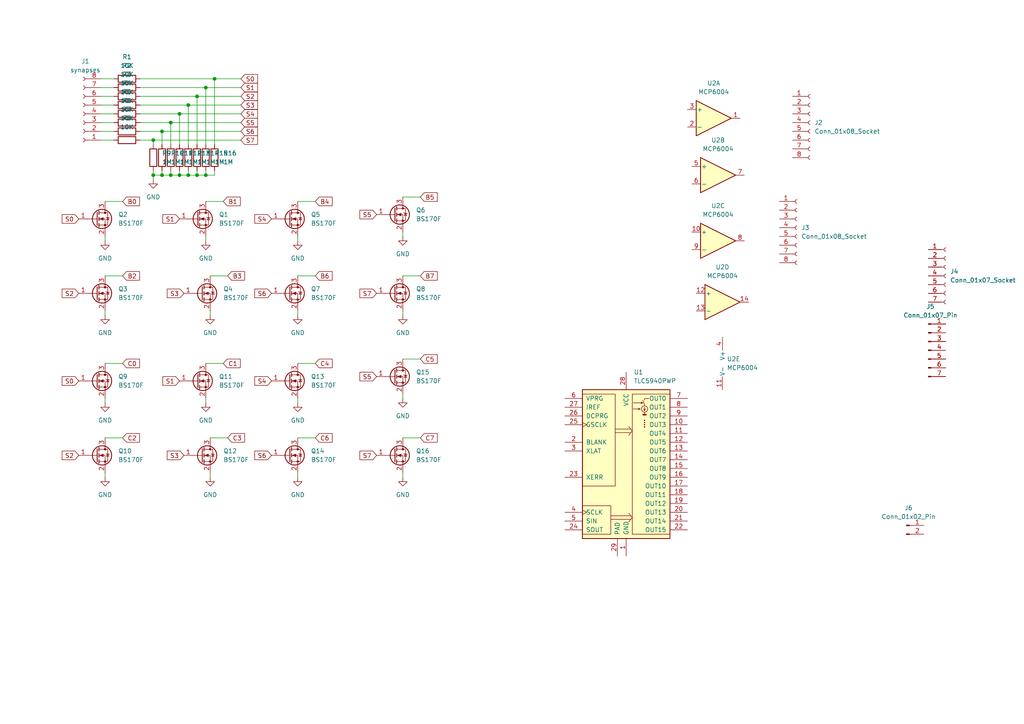
<source format=kicad_sch>
(kicad_sch (version 20230121) (generator eeschema)
  (paper "A4")
  (lib_symbols
    (symbol "Amplifier_Operational:MCP6004" (pin_names (offset 0.127))
      (property "Reference" "U" (at 0 5.08 0))
      (property "Value" "MCP6004" (at 0 -5.08 0))
      (symbol "MCP6004_1_1"
        (polyline (pts (xy -5.08 5.08) (xy 5.08 0) (xy -5.08 -5.08) (xy -5.08 5.08)) (stroke (width 0.254)) (fill (type background)))
        (pin output line (at 7.62 0 180) (length 2.54) (name "~") (number "1"))
        (pin input line (at -7.62 -2.54 0) (length 2.54) (name "-") (number "2"))
        (pin input line (at -7.62 2.54 0) (length 2.54) (name "+") (number "3"))
      )
      (symbol "MCP6004_2_1"
        (polyline (pts (xy -5.08 5.08) (xy 5.08 0) (xy -5.08 -5.08) (xy -5.08 5.08)) (stroke (width 0.254)) (fill (type background)))
        (pin input line (at -7.62 2.54 0) (length 2.54) (name "+") (number "5"))
        (pin input line (at -7.62 -2.54 0) (length 2.54) (name "-") (number "6"))
        (pin output line (at 7.62 0 180) (length 2.54) (name "~") (number "7"))
      )
      (symbol "MCP6004_3_1"
        (polyline (pts (xy -5.08 5.08) (xy 5.08 0) (xy -5.08 -5.08) (xy -5.08 5.08)) (stroke (width 0.254)) (fill (type background)))
        (pin input line (at -7.62 2.54 0) (length 2.54) (name "+") (number "10"))
        (pin output line (at 7.62 0 180) (length 2.54) (name "~") (number "8"))
        (pin input line (at -7.62 -2.54 0) (length 2.54) (name "-") (number "9"))
      )
      (symbol "MCP6004_4_1"
        (polyline (pts (xy -5.08 5.08) (xy 5.08 0) (xy -5.08 -5.08) (xy -5.08 5.08)) (stroke (width 0.254)) (fill (type background)))
        (pin input line (at -7.62 2.54 0) (length 2.54) (name "+") (number "12"))
        (pin input line (at -7.62 -2.54 0) (length 2.54) (name "-") (number "13"))
        (pin output line (at 7.62 0 180) (length 2.54) (name "~") (number "14"))
      )
      (symbol "MCP6004_5_1"
        (pin power_in line (at -2.54 -7.62 90) (length 3.81) (name "V-") (number "11"))
        (pin power_in line (at -2.54 7.62 270) (length 3.81) (name "V+") (number "4"))
      )
    )
    (symbol "Connector:Conn_01x02_Pin" (pin_names (offset 1.016) hide)
      (property "Reference" "J" (at 0 2.54 0))
      (property "Value" "Conn_01x02_Pin" (at 0 -5.08 0))
      (symbol "Conn_01x02_Pin_1_1"
        (polyline (pts (xy 1.27 -2.54) (xy 0.8636 -2.54)) (stroke (width 0.1524)))
        (polyline (pts (xy 1.27 0) (xy 0.8636 0)) (stroke (width 0.1524)))
        (rectangle (start 0.8636 -2.413) (end 0 -2.667) (stroke (width 0.1524)) (fill (type outline)))
        (rectangle (start 0.8636 0.127) (end 0 -0.127) (stroke (width 0.1524)) (fill (type outline)))
        (pin passive line (at 5.08 0 180) (length 3.81) (name "Pin_1") (number "1"))
        (pin passive line (at 5.08 -2.54 180) (length 3.81) (name "Pin_2") (number "2"))
      )
    )
    (symbol "Connector:Conn_01x07_Pin" (pin_names (offset 1.016) hide)
      (property "Reference" "J" (at 0 10.16 0))
      (property "Value" "Conn_01x07_Pin" (at 0 -10.16 0))
      (symbol "Conn_01x07_Pin_1_1"
        (polyline (pts (xy 1.27 -7.62) (xy 0.8636 -7.62)) (stroke (width 0.1524)))
        (polyline (pts (xy 1.27 -5.08) (xy 0.8636 -5.08)) (stroke (width 0.1524)))
        (polyline (pts (xy 1.27 -2.54) (xy 0.8636 -2.54)) (stroke (width 0.1524)))
        (polyline (pts (xy 1.27 0) (xy 0.8636 0)) (stroke (width 0.1524)))
        (polyline (pts (xy 1.27 2.54) (xy 0.8636 2.54)) (stroke (width 0.1524)))
        (polyline (pts (xy 1.27 5.08) (xy 0.8636 5.08)) (stroke (width 0.1524)))
        (polyline (pts (xy 1.27 7.62) (xy 0.8636 7.62)) (stroke (width 0.1524)))
        (rectangle (start 0.8636 -7.493) (end 0 -7.747) (stroke (width 0.1524)) (fill (type outline)))
        (rectangle (start 0.8636 -4.953) (end 0 -5.207) (stroke (width 0.1524)) (fill (type outline)))
        (rectangle (start 0.8636 -2.413) (end 0 -2.667) (stroke (width 0.1524)) (fill (type outline)))
        (rectangle (start 0.8636 0.127) (end 0 -0.127) (stroke (width 0.1524)) (fill (type outline)))
        (rectangle (start 0.8636 2.667) (end 0 2.413) (stroke (width 0.1524)) (fill (type outline)))
        (rectangle (start 0.8636 5.207) (end 0 4.953) (stroke (width 0.1524)) (fill (type outline)))
        (rectangle (start 0.8636 7.747) (end 0 7.493) (stroke (width 0.1524)) (fill (type outline)))
        (pin passive line (at 5.08 7.62 180) (length 3.81) (name "Pin_1") (number "1"))
        (pin passive line (at 5.08 5.08 180) (length 3.81) (name "Pin_2") (number "2"))
        (pin passive line (at 5.08 2.54 180) (length 3.81) (name "Pin_3") (number "3"))
        (pin passive line (at 5.08 0 180) (length 3.81) (name "Pin_4") (number "4"))
        (pin passive line (at 5.08 -2.54 180) (length 3.81) (name "Pin_5") (number "5"))
        (pin passive line (at 5.08 -5.08 180) (length 3.81) (name "Pin_6") (number "6"))
        (pin passive line (at 5.08 -7.62 180) (length 3.81) (name "Pin_7") (number "7"))
      )
    )
    (symbol "Connector:Conn_01x07_Socket" (pin_names (offset 1.016) hide)
      (property "Reference" "J" (at 0 10.16 0))
      (property "Value" "Conn_01x07_Socket" (at 0 -10.16 0))
      (symbol "Conn_01x07_Socket_1_1"
        (arc (start 0 -7.112) (mid -0.5058 -7.62) (end 0 -8.128) (stroke (width 0.1524)))
        (arc (start 0 -4.572) (mid -0.5058 -5.08) (end 0 -5.588) (stroke (width 0.1524)))
        (arc (start 0 -2.032) (mid -0.5058 -2.54) (end 0 -3.048) (stroke (width 0.1524)))
        (polyline (pts (xy -1.27 -7.62) (xy -0.508 -7.62)) (stroke (width 0.1524)))
        (polyline (pts (xy -1.27 -5.08) (xy -0.508 -5.08)) (stroke (width 0.1524)))
        (polyline (pts (xy -1.27 -2.54) (xy -0.508 -2.54)) (stroke (width 0.1524)))
        (polyline (pts (xy -1.27 0) (xy -0.508 0)) (stroke (width 0.1524)))
        (polyline (pts (xy -1.27 2.54) (xy -0.508 2.54)) (stroke (width 0.1524)))
        (polyline (pts (xy -1.27 5.08) (xy -0.508 5.08)) (stroke (width 0.1524)))
        (polyline (pts (xy -1.27 7.62) (xy -0.508 7.62)) (stroke (width 0.1524)))
        (arc (start 0 0.508) (mid -0.5058 0) (end 0 -0.508) (stroke (width 0.1524)))
        (arc (start 0 3.048) (mid -0.5058 2.54) (end 0 2.032) (stroke (width 0.1524)))
        (arc (start 0 5.588) (mid -0.5058 5.08) (end 0 4.572) (stroke (width 0.1524)))
        (arc (start 0 8.128) (mid -0.5058 7.62) (end 0 7.112) (stroke (width 0.1524)))
        (pin passive line (at -5.08 7.62 0) (length 3.81) (name "Pin_1") (number "1"))
        (pin passive line (at -5.08 5.08 0) (length 3.81) (name "Pin_2") (number "2"))
        (pin passive line (at -5.08 2.54 0) (length 3.81) (name "Pin_3") (number "3"))
        (pin passive line (at -5.08 0 0) (length 3.81) (name "Pin_4") (number "4"))
        (pin passive line (at -5.08 -2.54 0) (length 3.81) (name "Pin_5") (number "5"))
        (pin passive line (at -5.08 -5.08 0) (length 3.81) (name "Pin_6") (number "6"))
        (pin passive line (at -5.08 -7.62 0) (length 3.81) (name "Pin_7") (number "7"))
      )
    )
    (symbol "Connector:Conn_01x08_Socket" (pin_names (offset 1.016) hide)
      (property "Reference" "J" (at 0 10.16 0))
      (property "Value" "Conn_01x08_Socket" (at 0 -12.7 0))
      (symbol "Conn_01x08_Socket_1_1"
        (arc (start 0 -9.652) (mid -0.5058 -10.16) (end 0 -10.668) (stroke (width 0.1524)))
        (arc (start 0 -7.112) (mid -0.5058 -7.62) (end 0 -8.128) (stroke (width 0.1524)))
        (arc (start 0 -4.572) (mid -0.5058 -5.08) (end 0 -5.588) (stroke (width 0.1524)))
        (arc (start 0 -2.032) (mid -0.5058 -2.54) (end 0 -3.048) (stroke (width 0.1524)))
        (polyline (pts (xy -1.27 -10.16) (xy -0.508 -10.16)) (stroke (width 0.1524)))
        (polyline (pts (xy -1.27 -7.62) (xy -0.508 -7.62)) (stroke (width 0.1524)))
        (polyline (pts (xy -1.27 -5.08) (xy -0.508 -5.08)) (stroke (width 0.1524)))
        (polyline (pts (xy -1.27 -2.54) (xy -0.508 -2.54)) (stroke (width 0.1524)))
        (polyline (pts (xy -1.27 0) (xy -0.508 0)) (stroke (width 0.1524)))
        (polyline (pts (xy -1.27 2.54) (xy -0.508 2.54)) (stroke (width 0.1524)))
        (polyline (pts (xy -1.27 5.08) (xy -0.508 5.08)) (stroke (width 0.1524)))
        (polyline (pts (xy -1.27 7.62) (xy -0.508 7.62)) (stroke (width 0.1524)))
        (arc (start 0 0.508) (mid -0.5058 0) (end 0 -0.508) (stroke (width 0.1524)))
        (arc (start 0 3.048) (mid -0.5058 2.54) (end 0 2.032) (stroke (width 0.1524)))
        (arc (start 0 5.588) (mid -0.5058 5.08) (end 0 4.572) (stroke (width 0.1524)))
        (arc (start 0 8.128) (mid -0.5058 7.62) (end 0 7.112) (stroke (width 0.1524)))
        (pin passive line (at -5.08 7.62 0) (length 3.81) (name "Pin_1") (number "1"))
        (pin passive line (at -5.08 5.08 0) (length 3.81) (name "Pin_2") (number "2"))
        (pin passive line (at -5.08 2.54 0) (length 3.81) (name "Pin_3") (number "3"))
        (pin passive line (at -5.08 0 0) (length 3.81) (name "Pin_4") (number "4"))
        (pin passive line (at -5.08 -2.54 0) (length 3.81) (name "Pin_5") (number "5"))
        (pin passive line (at -5.08 -5.08 0) (length 3.81) (name "Pin_6") (number "6"))
        (pin passive line (at -5.08 -7.62 0) (length 3.81) (name "Pin_7") (number "7"))
        (pin passive line (at -5.08 -10.16 0) (length 3.81) (name "Pin_8") (number "8"))
      )
    )
    (symbol "Device:R" (pin_numbers hide) (pin_names (offset 0))
      (property "Reference" "R" (at 2.032 0 90))
      (property "Value" "R" (at 0 0 90))
      (symbol "R_0_1"
        (rectangle (start -1.016 -2.54) (end 1.016 2.54) (stroke (width 0.254)))
      )
      (symbol "R_1_1"
        (pin passive line (at 0 3.81 270) (length 1.27) (name "~") (number "1"))
        (pin passive line (at 0 -3.81 90) (length 1.27) (name "~") (number "2"))
      )
    )
    (symbol "Driver_LED:TLC5940PWP" (pin_names (offset 1.016))
      (property "Reference" "U" (at -12.7 22.225 0))
      (property "Value" "TLC5940PWP" (at 1.27 22.225 0))
      (symbol "TLC5940PWP_0_1"
        (rectangle (start -12.7 -21.59) (end -4.445 -13.335))
        (rectangle (start -12.7 19.05) (end -3.175 -7.62))
        (rectangle (start -12.7 20.32) (end 12.7 -22.86) (stroke (width 0.254)) (fill (type background)))
        (polyline (pts (xy -4.318 -16.256) (xy 1.27 -16.256)))
        (polyline (pts (xy -3.175 8.89) (xy 1.27 8.89)))
        (polyline (pts (xy 1.27 -17.272) (xy -4.318 -17.272)))
        (polyline (pts (xy 1.27 7.874) (xy -3.175 7.874)))
        (polyline (pts (xy 1.778 -16.764) (xy 0.762 -18.034)))
        (polyline (pts (xy 1.778 -16.764) (xy 0.762 -15.494)))
        (polyline (pts (xy 1.778 8.382) (xy 0.762 7.112)))
        (polyline (pts (xy 1.778 8.382) (xy 0.762 9.652)))
        (polyline (pts (xy 5.334 13.716) (xy 5.334 13.208)))
        (polyline (pts (xy 5.334 14.224) (xy 5.588 14.732)))
        (polyline (pts (xy 5.334 15.24) (xy 5.334 14.224) (xy 5.08 14.732)))
        (polyline (pts (xy 5.334 15.748) (xy 5.334 16.002) (xy 4.826 17.272)))
        (polyline (pts (xy 5.334 17.272) (xy 5.334 17.78) (xy 6.604 17.78)))
        (polyline (pts (xy 2.032 14.732) (xy 4.064 14.732) (xy 3.556 14.986) (xy 4.064 14.732) (xy 3.556 14.478)))
        (polyline (pts (xy 2.032 16.51) (xy 4.826 16.51) (xy 4.318 16.764) (xy 4.826 16.51) (xy 4.318 16.256)))
        (rectangle (start 1.778 19.05) (end 12.7 -21.59))
        (rectangle (start 4.826 13.208) (end 5.842 12.954) (fill (type outline)))
        (circle (center 5.334 9.525) (radius 0.127) (fill (type outline)))
        (circle (center 5.334 10.16) (radius 0.127) (fill (type outline)))
        (circle (center 5.334 10.795) (radius 0.127) (fill (type outline)))
        (circle (center 5.334 11.43) (radius 0.127) (fill (type outline)))
        (circle (center 5.334 14.732) (radius 0.9144))
      )
      (symbol "TLC5940PWP_1_1"
        (pin power_in line (at 0 -27.94 90) (length 5.08) (name "GND") (number "1"))
        (pin open_collector line (at 17.78 10.16 180) (length 5.08) (name "OUT3") (number "10"))
        (pin open_collector line (at 17.78 7.62 180) (length 5.08) (name "OUT4") (number "11"))
        (pin open_collector line (at 17.78 5.08 180) (length 5.08) (name "OUT5") (number "12"))
        (pin open_collector line (at 17.78 2.54 180) (length 5.08) (name "OUT6") (number "13"))
        (pin open_collector line (at 17.78 0 180) (length 5.08) (name "OUT7") (number "14"))
        (pin open_collector line (at 17.78 -2.54 180) (length 5.08) (name "OUT8") (number "15"))
        (pin open_collector line (at 17.78 -5.08 180) (length 5.08) (name "OUT9") (number "16"))
        (pin open_collector line (at 17.78 -7.62 180) (length 5.08) (name "OUT10") (number "17"))
        (pin open_collector line (at 17.78 -10.16 180) (length 5.08) (name "OUT11") (number "18"))
        (pin open_collector line (at 17.78 -12.7 180) (length 5.08) (name "OUT12") (number "19"))
        (pin input line (at -17.78 5.08 0) (length 5.08) (name "BLANK") (number "2"))
        (pin open_collector line (at 17.78 -15.24 180) (length 5.08) (name "OUT13") (number "20"))
        (pin open_collector line (at 17.78 -17.78 180) (length 5.08) (name "OUT14") (number "21"))
        (pin open_collector line (at 17.78 -20.32 180) (length 5.08) (name "OUT15") (number "22"))
        (pin open_collector line (at -17.78 -5.08 0) (length 5.08) (name "XERR") (number "23"))
        (pin output line (at -17.78 -20.32 0) (length 5.08) (name "SOUT") (number "24"))
        (pin input clock (at -17.78 10.16 0) (length 5.08) (name "GSCLK") (number "25"))
        (pin input line (at -17.78 12.7 0) (length 5.08) (name "DCPRG") (number "26"))
        (pin input line (at -17.78 15.24 0) (length 5.08) (name "IREF") (number "27"))
        (pin power_in line (at 0 25.4 270) (length 5.08) (name "VCC") (number "28"))
        (pin input line (at -2.54 -27.94 90) (length 5.08) (name "PAD") (number "29"))
        (pin input line (at -17.78 2.54 0) (length 5.08) (name "XLAT") (number "3"))
        (pin input clock (at -17.78 -15.24 0) (length 5.08) (name "SCLK") (number "4"))
        (pin input line (at -17.78 -17.78 0) (length 5.08) (name "SIN") (number "5"))
        (pin input line (at -17.78 17.78 0) (length 5.08) (name "VPRG") (number "6"))
        (pin open_collector line (at 17.78 17.78 180) (length 5.08) (name "OUT0") (number "7"))
        (pin open_collector line (at 17.78 15.24 180) (length 5.08) (name "OUT1") (number "8"))
        (pin open_collector line (at 17.78 12.7 180) (length 5.08) (name "OUT2") (number "9"))
      )
    )
    (symbol "Transistor_FET:BS170F" (pin_names hide)
      (property "Reference" "Q" (at 5.08 1.905 0))
      (property "Value" "BS170F" (at 5.08 0 0))
      (symbol "BS170F_0_1"
        (polyline (pts (xy 0.254 0) (xy -2.54 0)))
        (polyline (pts (xy 0.254 1.905) (xy 0.254 -1.905)) (stroke (width 0.254)))
        (polyline (pts (xy 0.762 -1.27) (xy 0.762 -2.286)) (stroke (width 0.254)))
        (polyline (pts (xy 0.762 0.508) (xy 0.762 -0.508)) (stroke (width 0.254)))
        (polyline (pts (xy 0.762 2.286) (xy 0.762 1.27)) (stroke (width 0.254)))
        (polyline (pts (xy 2.54 2.54) (xy 2.54 1.778)))
        (polyline (pts (xy 2.54 -2.54) (xy 2.54 0) (xy 0.762 0)))
        (polyline (pts (xy 0.762 -1.778) (xy 3.302 -1.778) (xy 3.302 1.778) (xy 0.762 1.778)))
        (polyline (pts (xy 1.016 0) (xy 2.032 0.381) (xy 2.032 -0.381) (xy 1.016 0)) (fill (type outline)))
        (polyline (pts (xy 2.794 0.508) (xy 2.921 0.381) (xy 3.683 0.381) (xy 3.81 0.254)))
        (polyline (pts (xy 3.302 0.381) (xy 2.921 -0.254) (xy 3.683 -0.254) (xy 3.302 0.381)))
        (circle (center 1.651 0) (radius 2.794) (stroke (width 0.254)))
        (circle (center 2.54 -1.778) (radius 0.254) (fill (type outline)))
        (circle (center 2.54 1.778) (radius 0.254) (fill (type outline)))
      )
      (symbol "BS170F_1_1"
        (pin input line (at -5.08 0 0) (length 2.54) (name "G") (number "1"))
        (pin passive line (at 2.54 -5.08 90) (length 2.54) (name "S") (number "2"))
        (pin passive line (at 2.54 5.08 270) (length 2.54) (name "D") (number "3"))
      )
    )
    (symbol "power:GND" (power) (pin_names (offset 0))
      (property "Value" "GND" (at 0 -3.81 0))
      (symbol "GND_0_1"
        (polyline (pts (xy 0 0) (xy 0 -1.27) (xy 1.27 -1.27) (xy 0 -2.54) (xy -1.27 -1.27) (xy 0 -1.27)))
      )
      (symbol "GND_1_1"
        (pin power_in line (at 0 0 270) (length 0) hide (name "GND") (number "1"))
      )
    )
  )
  (junction (at 46.99 50.8))
  (junction (at 57.15 27.94))
  (junction (at 49.53 35.56))
  (junction (at 52.07 50.8))
  (junction (at 54.61 50.8))
  (junction (at 54.61 30.48))
  (junction (at 57.15 50.8))
  (junction (at 44.45 40.64))
  (junction (at 62.23 22.86))
  (junction (at 59.69 25.4))
  (junction (at 44.45 50.8))
  (junction (at 59.69 50.8))
  (junction (at 52.07 33.02))
  (junction (at 46.99 38.1))
  (junction (at 49.53 50.8))
  (wire (pts (xy 86.36 80.01) (xy 91.44 80.01)))
  (wire (pts (xy 116.84 137.16) (xy 116.84 138.43)))
  (wire (pts (xy 59.69 49.53) (xy 59.69 50.8)))
  (wire (pts (xy 116.84 127) (xy 121.92 127)))
  (wire (pts (xy 30.48 115.57) (xy 30.48 116.84)))
  (wire (pts (xy 29.21 22.86) (xy 33.02 22.86)))
  (wire (pts (xy 40.64 33.02) (xy 52.07 33.02)))
  (wire (pts (xy 59.69 105.41) (xy 64.77 105.41)))
  (wire (pts (xy 52.07 50.8) (xy 54.61 50.8)))
  (wire (pts (xy 59.69 25.4) (xy 59.69 41.91)))
  (wire (pts (xy 57.15 27.94) (xy 69.85 27.94)))
  (wire (pts (xy 60.96 137.16) (xy 60.96 138.43)))
  (wire (pts (xy 30.48 137.16) (xy 30.48 138.43)))
  (wire (pts (xy 40.64 35.56) (xy 49.53 35.56)))
  (wire (pts (xy 29.21 38.1) (xy 33.02 38.1)))
  (wire (pts (xy 29.21 25.4) (xy 33.02 25.4)))
  (wire (pts (xy 44.45 50.8) (xy 44.45 52.07)))
  (wire (pts (xy 60.96 90.17) (xy 60.96 91.44)))
  (wire (pts (xy 62.23 22.86) (xy 62.23 41.91)))
  (wire (pts (xy 30.48 105.41) (xy 35.56 105.41)))
  (wire (pts (xy 57.15 49.53) (xy 57.15 50.8)))
  (wire (pts (xy 116.84 114.3) (xy 116.84 115.57)))
  (wire (pts (xy 49.53 50.8) (xy 52.07 50.8)))
  (wire (pts (xy 86.36 105.41) (xy 91.44 105.41)))
  (wire (pts (xy 30.48 58.42) (xy 35.56 58.42)))
  (wire (pts (xy 52.07 49.53) (xy 52.07 50.8)))
  (wire (pts (xy 57.15 27.94) (xy 57.15 41.91)))
  (wire (pts (xy 54.61 49.53) (xy 54.61 50.8)))
  (wire (pts (xy 54.61 30.48) (xy 69.85 30.48)))
  (wire (pts (xy 59.69 25.4) (xy 69.85 25.4)))
  (wire (pts (xy 49.53 35.56) (xy 69.85 35.56)))
  (wire (pts (xy 86.36 90.17) (xy 86.36 91.44)))
  (wire (pts (xy 86.36 68.58) (xy 86.36 69.85)))
  (wire (pts (xy 40.64 30.48) (xy 54.61 30.48)))
  (wire (pts (xy 29.21 40.64) (xy 33.02 40.64)))
  (wire (pts (xy 52.07 33.02) (xy 69.85 33.02)))
  (wire (pts (xy 52.07 33.02) (xy 52.07 41.91)))
  (wire (pts (xy 57.15 50.8) (xy 59.69 50.8)))
  (wire (pts (xy 46.99 50.8) (xy 46.99 49.53)))
  (wire (pts (xy 49.53 49.53) (xy 49.53 50.8)))
  (wire (pts (xy 29.21 30.48) (xy 33.02 30.48)))
  (wire (pts (xy 86.36 127) (xy 91.44 127)))
  (wire (pts (xy 46.99 50.8) (xy 49.53 50.8)))
  (wire (pts (xy 54.61 50.8) (xy 57.15 50.8)))
  (wire (pts (xy 40.64 25.4) (xy 59.69 25.4)))
  (wire (pts (xy 44.45 40.64) (xy 44.45 41.91)))
  (wire (pts (xy 60.96 127) (xy 66.04 127)))
  (wire (pts (xy 54.61 30.48) (xy 54.61 41.91)))
  (wire (pts (xy 86.36 137.16) (xy 86.36 138.43)))
  (wire (pts (xy 40.64 40.64) (xy 44.45 40.64)))
  (wire (pts (xy 59.69 58.42) (xy 64.77 58.42)))
  (wire (pts (xy 44.45 40.64) (xy 69.85 40.64)))
  (wire (pts (xy 116.84 57.15) (xy 121.92 57.15)))
  (wire (pts (xy 116.84 80.01) (xy 121.92 80.01)))
  (wire (pts (xy 30.48 127) (xy 35.56 127)))
  (wire (pts (xy 86.36 58.42) (xy 91.44 58.42)))
  (wire (pts (xy 29.21 35.56) (xy 33.02 35.56)))
  (wire (pts (xy 44.45 50.8) (xy 46.99 50.8)))
  (wire (pts (xy 30.48 90.17) (xy 30.48 91.44)))
  (wire (pts (xy 60.96 80.01) (xy 66.04 80.01)))
  (wire (pts (xy 59.69 68.58) (xy 59.69 69.85)))
  (wire (pts (xy 62.23 49.53) (xy 62.23 50.8)))
  (wire (pts (xy 62.23 22.86) (xy 69.85 22.86)))
  (wire (pts (xy 40.64 22.86) (xy 62.23 22.86)))
  (wire (pts (xy 116.84 90.17) (xy 116.84 91.44)))
  (wire (pts (xy 40.64 38.1) (xy 46.99 38.1)))
  (wire (pts (xy 30.48 68.58) (xy 30.48 69.85)))
  (wire (pts (xy 59.69 50.8) (xy 62.23 50.8)))
  (wire (pts (xy 29.21 27.94) (xy 33.02 27.94)))
  (wire (pts (xy 116.84 104.14) (xy 121.92 104.14)))
  (wire (pts (xy 59.69 115.57) (xy 59.69 116.84)))
  (wire (pts (xy 116.84 67.31) (xy 116.84 68.58)))
  (wire (pts (xy 29.21 33.02) (xy 33.02 33.02)))
  (wire (pts (xy 46.99 38.1) (xy 46.99 41.91)))
  (wire (pts (xy 49.53 35.56) (xy 49.53 41.91)))
  (wire (pts (xy 86.36 115.57) (xy 86.36 116.84)))
  (wire (pts (xy 46.99 38.1) (xy 69.85 38.1)))
  (wire (pts (xy 44.45 49.53) (xy 44.45 50.8)))
  (wire (pts (xy 40.64 27.94) (xy 57.15 27.94)))
  (wire (pts (xy 30.48 80.01) (xy 35.56 80.01)))
  (global_label "B0" (shape input) (at 35.56 58.42 0) (property "Intersheetrefs" "${INTERSHEET_REFS}" (effects hide)))
  (global_label "B5" (shape input) (at 121.92 57.15 0) (property "Intersheetrefs" "${INTERSHEET_REFS}" (effects hide)))
  (global_label "S3" (shape input) (at 53.34 85.09 180) (property "Intersheetrefs" "${INTERSHEET_REFS}" (effects hide)))
  (global_label "B1" (shape input) (at 64.77 58.42 0) (property "Intersheetrefs" "${INTERSHEET_REFS}" (effects hide)))
  (global_label "S4" (shape input) (at 69.85 33.02 0) (property "Intersheetrefs" "${INTERSHEET_REFS}" (effects hide)))
  (global_label "S6" (shape input) (at 78.74 132.08 180) (property "Intersheetrefs" "${INTERSHEET_REFS}" (effects hide)))
  (global_label "C4" (shape input) (at 91.44 105.41 0) (property "Intersheetrefs" "${INTERSHEET_REFS}" (effects hide)))
  (global_label "B7" (shape input) (at 121.92 80.01 0) (property "Intersheetrefs" "${INTERSHEET_REFS}" (effects hide)))
  (global_label "S5" (shape input) (at 69.85 35.56 0) (property "Intersheetrefs" "${INTERSHEET_REFS}" (effects hide)))
  (global_label "S5" (shape input) (at 109.22 62.23 180) (property "Intersheetrefs" "${INTERSHEET_REFS}" (effects hide)))
  (global_label "S7" (shape input) (at 69.85 40.64 0) (property "Intersheetrefs" "${INTERSHEET_REFS}" (effects hide)))
  (global_label "S4" (shape input) (at 78.74 63.5 180) (property "Intersheetrefs" "${INTERSHEET_REFS}" (effects hide)))
  (global_label "S3" (shape input) (at 69.85 30.48 0) (property "Intersheetrefs" "${INTERSHEET_REFS}" (effects hide)))
  (global_label "S3" (shape input) (at 53.34 132.08 180) (property "Intersheetrefs" "${INTERSHEET_REFS}" (effects hide)))
  (global_label "S1" (shape input) (at 52.07 63.5 180) (property "Intersheetrefs" "${INTERSHEET_REFS}" (effects hide)))
  (global_label "S2" (shape input) (at 22.86 85.09 180) (property "Intersheetrefs" "${INTERSHEET_REFS}" (effects hide)))
  (global_label "S0" (shape input) (at 22.86 63.5 180) (property "Intersheetrefs" "${INTERSHEET_REFS}" (effects hide)))
  (global_label "S6" (shape input) (at 78.74 85.09 180) (property "Intersheetrefs" "${INTERSHEET_REFS}" (effects hide)))
  (global_label "C3" (shape input) (at 66.04 127 0) (property "Intersheetrefs" "${INTERSHEET_REFS}" (effects hide)))
  (global_label "C1" (shape input) (at 64.77 105.41 0) (property "Intersheetrefs" "${INTERSHEET_REFS}" (effects hide)))
  (global_label "C2" (shape input) (at 35.56 127 0) (property "Intersheetrefs" "${INTERSHEET_REFS}" (effects hide)))
  (global_label "S0" (shape input) (at 69.85 22.86 0) (property "Intersheetrefs" "${INTERSHEET_REFS}" (effects hide)))
  (global_label "S7" (shape input) (at 109.22 132.08 180) (property "Intersheetrefs" "${INTERSHEET_REFS}" (effects hide)))
  (global_label "S6" (shape input) (at 69.85 38.1 0) (property "Intersheetrefs" "${INTERSHEET_REFS}" (effects hide)))
  (global_label "S2" (shape input) (at 69.85 27.94 0) (property "Intersheetrefs" "${INTERSHEET_REFS}" (effects hide)))
  (global_label "C0" (shape input) (at 35.56 105.41 0) (property "Intersheetrefs" "${INTERSHEET_REFS}" (effects hide)))
  (global_label "B6" (shape input) (at 91.44 80.01 0) (property "Intersheetrefs" "${INTERSHEET_REFS}" (effects hide)))
  (global_label "S1" (shape input) (at 52.07 110.49 180) (property "Intersheetrefs" "${INTERSHEET_REFS}" (effects hide)))
  (global_label "C5" (shape input) (at 121.92 104.14 0) (property "Intersheetrefs" "${INTERSHEET_REFS}" (effects hide)))
  (global_label "S0" (shape input) (at 22.86 110.49 180) (property "Intersheetrefs" "${INTERSHEET_REFS}" (effects hide)))
  (global_label "S7" (shape input) (at 109.22 85.09 180) (property "Intersheetrefs" "${INTERSHEET_REFS}" (effects hide)))
  (global_label "S4" (shape input) (at 78.74 110.49 180) (property "Intersheetrefs" "${INTERSHEET_REFS}" (effects hide)))
  (global_label "S2" (shape input) (at 22.86 132.08 180) (property "Intersheetrefs" "${INTERSHEET_REFS}" (effects hide)))
  (global_label "S1" (shape input) (at 69.85 25.4 0) (property "Intersheetrefs" "${INTERSHEET_REFS}" (effects hide)))
  (global_label "B3" (shape input) (at 66.04 80.01 0) (property "Intersheetrefs" "${INTERSHEET_REFS}" (effects hide)))
  (global_label "C6" (shape input) (at 91.44 127 0) (property "Intersheetrefs" "${INTERSHEET_REFS}" (effects hide)))
  (global_label "B4" (shape input) (at 91.44 58.42 0) (property "Intersheetrefs" "${INTERSHEET_REFS}" (effects hide)))
  (global_label "S5" (shape input) (at 109.22 109.22 180) (property "Intersheetrefs" "${INTERSHEET_REFS}" (effects hide)))
  (global_label "C7" (shape input) (at 121.92 127 0) (property "Intersheetrefs" "${INTERSHEET_REFS}" (effects hide)))
  (global_label "B2" (shape input) (at 35.56 80.01 0) (property "Intersheetrefs" "${INTERSHEET_REFS}" (effects hide)))
  (symbol (lib_id "Device:R") (at 36.83 22.86 90) (unit 1)
    (property "Reference" "R1" (at 36.83 16.51 90))
    (property "Value" "10K" (at 36.83 19.05 90))
    (property "Footprint" "Resistor_SMD:R_0805_2012Metric" (effects hide))
  )
  (symbol (lib_id "Transistor_FET:BS170F") (at 114.3 85.09 0) (unit 1)
    (property "Reference" "Q8" (at 120.65 83.82 0) (effects (justify left)))
    (property "Value" "BS170F" (at 120.65 86.36 0) (effects (justify left)))
    (property "Footprint" "Package_TO_SOT_SMD:SOT-23" (effects hide))
    (property "Datasheet" "http://www.diodes.com/assets/Datasheets/BS170F.pdf" (effects hide))
  )
  (symbol (lib_id "power:GND") (at 30.48 69.85 0) (unit 1)
    (property "Reference" "#PWR03" (effects hide))
    (property "Value" "GND" (at 30.48 74.93 0))
  )
  (symbol (lib_id "Transistor_FET:BS170F") (at 27.94 132.08 0) (unit 1)
    (property "Reference" "Q10" (at 34.29 130.81 0) (effects (justify left)))
    (property "Value" "BS170F" (at 34.29 133.35 0) (effects (justify left)))
    (property "Footprint" "Package_TO_SOT_SMD:SOT-23" (effects hide))
    (property "Datasheet" "http://www.diodes.com/assets/Datasheets/BS170F.pdf" (effects hide))
  )
  (symbol (lib_id "Transistor_FET:BS170F") (at 83.82 63.5 0) (unit 1)
    (property "Reference" "Q5" (at 90.17 62.23 0) (effects (justify left)))
    (property "Value" "BS170F" (at 90.17 64.77 0) (effects (justify left)))
    (property "Footprint" "Package_TO_SOT_SMD:SOT-23" (effects hide))
    (property "Datasheet" "http://www.diodes.com/assets/Datasheets/BS170F.pdf" (effects hide))
  )
  (symbol (lib_id "power:GND") (at 116.84 138.43 0) (unit 1)
    (property "Reference" "#PWR017" (effects hide))
    (property "Value" "GND" (at 116.84 143.51 0))
  )
  (symbol (lib_id "Amplifier_Operational:MCP6004") (at 207.01 34.29 0) (unit 1)
    (property "Reference" "U2" (at 207.01 24.13 0))
    (property "Value" "MCP6004" (at 207.01 26.67 0))
    (property "Datasheet" "http://ww1.microchip.com/downloads/en/DeviceDoc/21733j.pdf" (effects hide))
  )
  (symbol (lib_id "Connector:Conn_01x08_Socket") (at 234.95 35.56 0) (unit 1)
    (property "Reference" "J2" (at 236.22 35.56 0) (effects (justify left)))
    (property "Value" "Conn_01x08_Socket" (at 236.22 38.1 0) (effects (justify left)))
  )
  (symbol (lib_id "Connector:Conn_01x08_Socket") (at 24.13 33.02 180) (unit 1)
    (property "Reference" "J1" (at 24.765 17.78 0))
    (property "Value" "synapses" (at 24.765 20.32 0))
    (property "Footprint" "Connector_PinHeader_2.54mm:PinHeader_1x08_P2.54mm_Vertical" (effects hide))
  )
  (symbol (lib_id "Device:R") (at 36.83 25.4 90) (unit 1)
    (property "Reference" "R2" (at 36.83 19.05 90))
    (property "Value" "10K" (at 36.83 21.59 90))
    (property "Footprint" "Resistor_SMD:R_0805_2012Metric" (effects hide))
  )
  (symbol (lib_id "power:GND") (at 116.84 68.58 0) (unit 1)
    (property "Reference" "#PWR08" (effects hide))
    (property "Value" "GND" (at 116.84 73.66 0))
  )
  (symbol (lib_id "Device:R") (at 52.07 45.72 180) (unit 1)
    (property "Reference" "R12" (at 54.61 44.45 0) (effects (justify right)))
    (property "Value" "1M" (at 54.61 46.99 0) (effects (justify right)))
    (property "Footprint" "Resistor_SMD:R_0805_2012Metric" (effects hide))
  )
  (symbol (lib_id "Amplifier_Operational:MCP6004") (at 212.09 105.41 0) (unit 5)
    (property "Reference" "U2" (at 210.82 104.14 0) (effects (justify left)))
    (property "Value" "MCP6004" (at 210.82 106.68 0) (effects (justify left)))
    (property "Datasheet" "http://ww1.microchip.com/downloads/en/DeviceDoc/21733j.pdf" (effects hide))
  )
  (symbol (lib_id "Transistor_FET:BS170F") (at 57.15 110.49 0) (unit 1)
    (property "Reference" "Q11" (at 63.5 109.22 0) (effects (justify left)))
    (property "Value" "BS170F" (at 63.5 111.76 0) (effects (justify left)))
    (property "Footprint" "Package_TO_SOT_SMD:SOT-23" (effects hide))
    (property "Datasheet" "http://www.diodes.com/assets/Datasheets/BS170F.pdf" (effects hide))
  )
  (symbol (lib_id "Amplifier_Operational:MCP6004") (at 209.55 87.63 0) (unit 4)
    (property "Reference" "U2" (at 209.55 77.47 0))
    (property "Value" "MCP6004" (at 209.55 80.01 0))
    (property "Datasheet" "http://ww1.microchip.com/downloads/en/DeviceDoc/21733j.pdf" (effects hide))
  )
  (symbol (lib_id "Device:R") (at 36.83 40.64 90) (unit 1)
    (property "Reference" "R8" (at 36.83 34.29 90))
    (property "Value" "10K" (at 36.83 36.83 90))
    (property "Footprint" "Resistor_SMD:R_0805_2012Metric" (effects hide))
  )
  (symbol (lib_id "Device:R") (at 36.83 38.1 90) (unit 1)
    (property "Reference" "R7" (at 36.83 31.75 90))
    (property "Value" "10K" (at 36.83 34.29 90))
    (property "Footprint" "Resistor_SMD:R_0805_2012Metric" (effects hide))
  )
  (symbol (lib_id "Transistor_FET:BS170F") (at 114.3 62.23 0) (unit 1)
    (property "Reference" "Q6" (at 120.65 60.96 0) (effects (justify left)))
    (property "Value" "BS170F" (at 120.65 63.5 0) (effects (justify left)))
    (property "Footprint" "Package_TO_SOT_SMD:SOT-23" (effects hide))
    (property "Datasheet" "http://www.diodes.com/assets/Datasheets/BS170F.pdf" (effects hide))
  )
  (symbol (lib_id "power:GND") (at 86.36 69.85 0) (unit 1)
    (property "Reference" "#PWR07" (effects hide))
    (property "Value" "GND" (at 86.36 74.93 0))
  )
  (symbol (lib_id "power:GND") (at 86.36 91.44 0) (unit 1)
    (property "Reference" "#PWR09" (effects hide))
    (property "Value" "GND" (at 86.36 96.52 0))
  )
  (symbol (lib_id "Transistor_FET:BS170F") (at 114.3 132.08 0) (unit 1)
    (property "Reference" "Q16" (at 120.65 130.81 0) (effects (justify left)))
    (property "Value" "BS170F" (at 120.65 133.35 0) (effects (justify left)))
    (property "Footprint" "Package_TO_SOT_SMD:SOT-23" (effects hide))
    (property "Datasheet" "http://www.diodes.com/assets/Datasheets/BS170F.pdf" (effects hide))
  )
  (symbol (lib_id "Transistor_FET:BS170F") (at 27.94 110.49 0) (unit 1)
    (property "Reference" "Q9" (at 34.29 109.22 0) (effects (justify left)))
    (property "Value" "BS170F" (at 34.29 111.76 0) (effects (justify left)))
    (property "Footprint" "Package_TO_SOT_SMD:SOT-23" (effects hide))
    (property "Datasheet" "http://www.diodes.com/assets/Datasheets/BS170F.pdf" (effects hide))
  )
  (symbol (lib_id "Transistor_FET:BS170F") (at 83.82 85.09 0) (unit 1)
    (property "Reference" "Q7" (at 90.17 83.82 0) (effects (justify left)))
    (property "Value" "BS170F" (at 90.17 86.36 0) (effects (justify left)))
    (property "Footprint" "Package_TO_SOT_SMD:SOT-23" (effects hide))
    (property "Datasheet" "http://www.diodes.com/assets/Datasheets/BS170F.pdf" (effects hide))
  )
  (symbol (lib_id "Device:R") (at 36.83 35.56 90) (unit 1)
    (property "Reference" "R6" (at 36.83 29.21 90))
    (property "Value" "10K" (at 36.83 31.75 90))
    (property "Footprint" "Resistor_SMD:R_0805_2012Metric" (effects hide))
  )
  (symbol (lib_id "Connector:Conn_01x07_Socket") (at 274.32 80.01 0) (unit 1)
    (property "Reference" "J4" (at 275.59 78.74 0) (effects (justify left)))
    (property "Value" "Conn_01x07_Socket" (at 275.59 81.28 0) (effects (justify left)))
  )
  (symbol (lib_id "Device:R") (at 49.53 45.72 180) (unit 1)
    (property "Reference" "R11" (at 52.07 44.45 0) (effects (justify right)))
    (property "Value" "1M" (at 52.07 46.99 0) (effects (justify right)))
    (property "Footprint" "Resistor_SMD:R_0805_2012Metric" (effects hide))
  )
  (symbol (lib_id "power:GND") (at 59.69 69.85 0) (unit 1)
    (property "Reference" "#PWR04" (effects hide))
    (property "Value" "GND" (at 59.69 74.93 0))
  )
  (symbol (lib_id "power:GND") (at 44.45 52.07 0) (unit 1)
    (property "Reference" "#PWR01" (effects hide))
    (property "Value" "GND" (at 44.45 57.15 0))
  )
  (symbol (lib_id "power:GND") (at 86.36 116.84 0) (unit 1)
    (property "Reference" "#PWR014" (effects hide))
    (property "Value" "GND" (at 86.36 121.92 0))
  )
  (symbol (lib_id "Device:R") (at 57.15 45.72 180) (unit 1)
    (property "Reference" "R14" (at 59.69 44.45 0) (effects (justify right)))
    (property "Value" "1M" (at 59.69 46.99 0) (effects (justify right)))
    (property "Footprint" "Resistor_SMD:R_0805_2012Metric" (effects hide))
  )
  (symbol (lib_id "Device:R") (at 59.69 45.72 180) (unit 1)
    (property "Reference" "R15" (at 62.23 44.45 0) (effects (justify right)))
    (property "Value" "1M" (at 62.23 46.99 0) (effects (justify right)))
    (property "Footprint" "Resistor_SMD:R_0805_2012Metric" (effects hide))
  )
  (symbol (lib_id "Amplifier_Operational:MCP6004") (at 208.28 69.85 0) (unit 3)
    (property "Reference" "U2" (at 208.28 59.69 0))
    (property "Value" "MCP6004" (at 208.28 62.23 0))
    (property "Datasheet" "http://ww1.microchip.com/downloads/en/DeviceDoc/21733j.pdf" (effects hide))
  )
  (symbol (lib_id "power:GND") (at 30.48 138.43 0) (unit 1)
    (property "Reference" "#PWR011" (effects hide))
    (property "Value" "GND" (at 30.48 143.51 0))
  )
  (symbol (lib_id "Device:R") (at 36.83 33.02 90) (unit 1)
    (property "Reference" "R5" (at 36.83 26.67 90))
    (property "Value" "10K" (at 36.83 29.21 90))
    (property "Footprint" "Resistor_SMD:R_0805_2012Metric" (effects hide))
  )
  (symbol (lib_id "Transistor_FET:BS170F") (at 57.15 63.5 0) (unit 1)
    (property "Reference" "Q1" (at 63.5 62.23 0) (effects (justify left)))
    (property "Value" "BS170F" (at 63.5 64.77 0) (effects (justify left)))
    (property "Footprint" "Package_TO_SOT_SMD:SOT-23" (effects hide))
    (property "Datasheet" "http://www.diodes.com/assets/Datasheets/BS170F.pdf" (effects hide))
  )
  (symbol (lib_id "Amplifier_Operational:MCP6004") (at 208.28 50.8 0) (unit 2)
    (property "Reference" "U2" (at 208.28 40.64 0))
    (property "Value" "MCP6004" (at 208.28 43.18 0))
    (property "Datasheet" "http://ww1.microchip.com/downloads/en/DeviceDoc/21733j.pdf" (effects hide))
  )
  (symbol (lib_id "Transistor_FET:BS170F") (at 27.94 63.5 0) (unit 1)
    (property "Reference" "Q2" (at 34.29 62.23 0) (effects (justify left)))
    (property "Value" "BS170F" (at 34.29 64.77 0) (effects (justify left)))
    (property "Footprint" "Package_TO_SOT_SMD:SOT-23" (effects hide))
    (property "Datasheet" "http://www.diodes.com/assets/Datasheets/BS170F.pdf" (effects hide))
  )
  (symbol (lib_id "power:GND") (at 116.84 91.44 0) (unit 1)
    (property "Reference" "#PWR010" (effects hide))
    (property "Value" "GND" (at 116.84 96.52 0))
  )
  (symbol (lib_id "power:GND") (at 60.96 138.43 0) (unit 1)
    (property "Reference" "#PWR013" (effects hide))
    (property "Value" "GND" (at 60.96 143.51 0))
  )
  (symbol (lib_id "Device:R") (at 36.83 30.48 90) (unit 1)
    (property "Reference" "R4" (at 36.83 24.13 90))
    (property "Value" "10K" (at 36.83 26.67 90))
    (property "Footprint" "Resistor_SMD:R_0805_2012Metric" (effects hide))
  )
  (symbol (lib_id "Device:R") (at 36.83 27.94 90) (unit 1)
    (property "Reference" "R3" (at 36.83 21.59 90))
    (property "Value" "10K" (at 36.83 24.13 90))
    (property "Footprint" "Resistor_SMD:R_0805_2012Metric" (effects hide))
  )
  (symbol (lib_id "Transistor_FET:BS170F") (at 83.82 110.49 0) (unit 1)
    (property "Reference" "Q13" (at 90.17 109.22 0) (effects (justify left)))
    (property "Value" "BS170F" (at 90.17 111.76 0) (effects (justify left)))
    (property "Footprint" "Package_TO_SOT_SMD:SOT-23" (effects hide))
    (property "Datasheet" "http://www.diodes.com/assets/Datasheets/BS170F.pdf" (effects hide))
  )
  (symbol (lib_id "Connector:Conn_01x07_Pin") (at 269.24 101.6 0) (unit 1)
    (property "Reference" "J5" (at 269.875 88.9 0))
    (property "Value" "Conn_01x07_Pin" (at 269.875 91.44 0))
  )
  (symbol (lib_id "Device:R") (at 62.23 45.72 180) (unit 1)
    (property "Reference" "R16" (at 64.77 44.45 0) (effects (justify right)))
    (property "Value" "1M" (at 64.77 46.99 0) (effects (justify right)))
    (property "Footprint" "Resistor_SMD:R_0805_2012Metric" (effects hide))
  )
  (symbol (lib_id "Transistor_FET:BS170F") (at 114.3 109.22 0) (unit 1)
    (property "Reference" "Q15" (at 120.65 107.95 0) (effects (justify left)))
    (property "Value" "BS170F" (at 120.65 110.49 0) (effects (justify left)))
    (property "Footprint" "Package_TO_SOT_SMD:SOT-23" (effects hide))
    (property "Datasheet" "http://www.diodes.com/assets/Datasheets/BS170F.pdf" (effects hide))
  )
  (symbol (lib_id "Transistor_FET:BS170F") (at 83.82 132.08 0) (unit 1)
    (property "Reference" "Q14" (at 90.17 130.81 0) (effects (justify left)))
    (property "Value" "BS170F" (at 90.17 133.35 0) (effects (justify left)))
    (property "Footprint" "Package_TO_SOT_SMD:SOT-23" (effects hide))
    (property "Datasheet" "http://www.diodes.com/assets/Datasheets/BS170F.pdf" (effects hide))
  )
  (symbol (lib_id "Connector:Conn_01x02_Pin") (at 262.89 152.4 0) (unit 1)
    (property "Reference" "J6" (at 263.525 147.32 0))
    (property "Value" "Conn_01x02_Pin" (at 263.525 149.86 0))
  )
  (symbol (lib_id "Device:R") (at 44.45 45.72 180) (unit 1)
    (property "Reference" "R9" (at 46.99 44.45 0) (effects (justify right)))
    (property "Value" "1M" (at 46.99 46.99 0) (effects (justify right)))
    (property "Footprint" "Resistor_SMD:R_0805_2012Metric" (effects hide))
  )
  (symbol (lib_id "Device:R") (at 54.61 45.72 180) (unit 1)
    (property "Reference" "R13" (at 57.15 44.45 0) (effects (justify right)))
    (property "Value" "1M" (at 57.15 46.99 0) (effects (justify right)))
    (property "Footprint" "Resistor_SMD:R_0805_2012Metric" (effects hide))
  )
  (symbol (lib_id "Transistor_FET:BS170F") (at 27.94 85.09 0) (unit 1)
    (property "Reference" "Q3" (at 34.29 83.82 0) (effects (justify left)))
    (property "Value" "BS170F" (at 34.29 86.36 0) (effects (justify left)))
    (property "Footprint" "Package_TO_SOT_SMD:SOT-23" (effects hide))
    (property "Datasheet" "http://www.diodes.com/assets/Datasheets/BS170F.pdf" (effects hide))
  )
  (symbol (lib_id "power:GND") (at 30.48 116.84 0) (unit 1)
    (property "Reference" "#PWR02" (effects hide))
    (property "Value" "GND" (at 30.48 121.92 0))
  )
  (symbol (lib_id "power:GND") (at 116.84 115.57 0) (unit 1)
    (property "Reference" "#PWR016" (effects hide))
    (property "Value" "GND" (at 116.84 120.65 0))
  )
  (symbol (lib_id "Transistor_FET:BS170F") (at 58.42 85.09 0) (unit 1)
    (property "Reference" "Q4" (at 64.77 83.82 0) (effects (justify left)))
    (property "Value" "BS170F" (at 64.77 86.36 0) (effects (justify left)))
    (property "Footprint" "Package_TO_SOT_SMD:SOT-23" (effects hide))
    (property "Datasheet" "http://www.diodes.com/assets/Datasheets/BS170F.pdf" (effects hide))
  )
  (symbol (lib_id "Driver_LED:TLC5940PWP") (at 181.61 133.35 0) (unit 1)
    (property "Reference" "U1" (at 183.8041 107.95 0) (effects (justify left)))
    (property "Value" "TLC5940PWP" (at 183.8041 110.49 0) (effects (justify left)))
    (property "Footprint" "Package_SO:HTSSOP-28-1EP_4.4x9.7mm_P0.65mm_EP3.4x9.5mm_Mask2.4x6.17mm_ThermalVias" (effects hide))
    (property "Datasheet" "http://www.ti.com/lit/ds/symlink/tlc5940.pdf" (effects hide))
  )
  (symbol (lib_id "power:GND") (at 86.36 138.43 0) (unit 1)
    (property "Reference" "#PWR015" (effects hide))
    (property "Value" "GND" (at 86.36 143.51 0))
  )
  (symbol (lib_id "Device:R") (at 46.99 45.72 180) (unit 1)
    (property "Reference" "R10" (at 49.53 44.45 0) (effects (justify right)))
    (property "Value" "1M" (at 49.53 46.99 0) (effects (justify right)))
    (property "Footprint" "Resistor_SMD:R_0805_2012Metric" (effects hide))
  )
  (symbol (lib_id "power:GND") (at 59.69 116.84 0) (unit 1)
    (property "Reference" "#PWR012" (effects hide))
    (property "Value" "GND" (at 59.69 121.92 0))
  )
  (symbol (lib_id "power:GND") (at 60.96 91.44 0) (unit 1)
    (property "Reference" "#PWR06" (effects hide))
    (property "Value" "GND" (at 60.96 96.52 0))
  )
  (symbol (lib_id "power:GND") (at 30.48 91.44 0) (unit 1)
    (property "Reference" "#PWR05" (effects hide))
    (property "Value" "GND" (at 30.48 96.52 0))
  )
  (symbol (lib_id "Transistor_FET:BS170F") (at 58.42 132.08 0) (unit 1)
    (property "Reference" "Q12" (at 64.77 130.81 0) (effects (justify left)))
    (property "Value" "BS170F" (at 64.77 133.35 0) (effects (justify left)))
    (property "Footprint" "Package_TO_SOT_SMD:SOT-23" (effects hide))
    (property "Datasheet" "http://www.diodes.com/assets/Datasheets/BS170F.pdf" (effects hide))
  )
  (symbol (lib_id "Connector:Conn_01x08_Socket") (at 231.14 66.04 0) (unit 1)
    (property "Reference" "J3" (at 232.41 66.04 0) (effects (justify left)))
    (property "Value" "Conn_01x08_Socket" (at 232.41 68.58 0) (effects (justify left)))
  )
)
</source>
